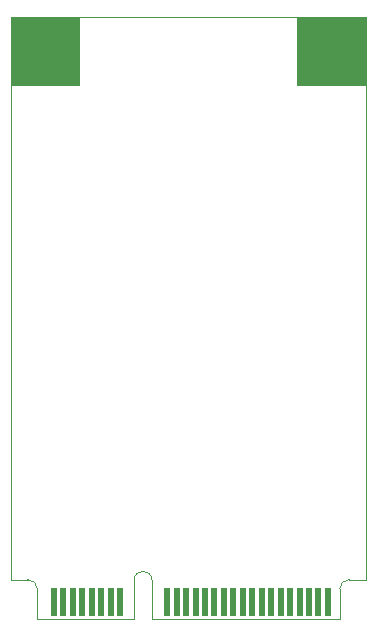
<source format=gbr>
G04 #@! TF.GenerationSoftware,KiCad,Pcbnew,5.1.5+dfsg1-2build2*
G04 #@! TF.CreationDate,2021-01-22T23:18:44+11:00*
G04 #@! TF.ProjectId,mPCIe-LEA-4L,6d504349-652d-44c4-9541-2d344c2e6b69,1*
G04 #@! TF.SameCoordinates,Original*
G04 #@! TF.FileFunction,Soldermask,Bot*
G04 #@! TF.FilePolarity,Negative*
%FSLAX46Y46*%
G04 Gerber Fmt 4.6, Leading zero omitted, Abs format (unit mm)*
G04 Created by KiCad (PCBNEW 5.1.5+dfsg1-2build2) date 2021-01-22 23:18:44*
%MOMM*%
%LPD*%
G04 APERTURE LIST*
G04 #@! TA.AperFunction,Profile*
%ADD10C,0.050000*%
G04 #@! TD*
%ADD11C,0.350000*%
%ADD12R,0.600000X2.350000*%
G04 APERTURE END LIST*
D10*
G04 #@! TO.C,PC1*
X136900000Y-125000000D02*
X136900000Y-121750000D01*
X127200000Y-125000000D02*
X127200000Y-122500000D01*
X125000000Y-121700000D02*
X126400000Y-121700000D01*
X152800000Y-125000000D02*
X152800000Y-122500000D01*
X153600000Y-121700000D02*
X155000000Y-121700000D01*
X135400000Y-125000000D02*
X127200000Y-125000000D01*
X125000000Y-74050000D02*
X155000000Y-74050000D01*
X155000000Y-121700000D02*
X155000000Y-74050000D01*
X125000000Y-121700000D02*
X125000000Y-74050000D01*
X136900000Y-125000000D02*
X152800000Y-125000000D01*
X135400000Y-125000000D02*
X135400000Y-121750000D01*
X153600000Y-121700000D02*
G75*
G03X152800000Y-122500000I0J-800000D01*
G01*
X126400000Y-121700000D02*
G75*
G02X127200000Y-122500000I0J-800000D01*
G01*
X135400000Y-121750000D02*
G75*
G02X136900000Y-121750000I750000J0D01*
G01*
G04 #@! TD*
D11*
G04 #@! TO.C,PC1*
G36*
X155004877Y-74025480D02*
G01*
X155009567Y-74026903D01*
X155013889Y-74029213D01*
X155017678Y-74032322D01*
X155020787Y-74036111D01*
X155023097Y-74040433D01*
X155024520Y-74045123D01*
X155025000Y-74050000D01*
X155025000Y-79850000D01*
X155024520Y-79854877D01*
X155023097Y-79859567D01*
X155020787Y-79863889D01*
X155017678Y-79867678D01*
X155013889Y-79870787D01*
X155009567Y-79873097D01*
X155004877Y-79874520D01*
X155000000Y-79875000D01*
X149200000Y-79875000D01*
X149195123Y-79874520D01*
X149190433Y-79873097D01*
X149186111Y-79870787D01*
X149182322Y-79867678D01*
X149179213Y-79863889D01*
X149176903Y-79859567D01*
X149175480Y-79854877D01*
X149175000Y-79850000D01*
X149175000Y-74050000D01*
X149175480Y-74045123D01*
X149176903Y-74040433D01*
X149179213Y-74036111D01*
X149182322Y-74032322D01*
X149186111Y-74029213D01*
X149190433Y-74026903D01*
X149195123Y-74025480D01*
X149200000Y-74025000D01*
X155000000Y-74025000D01*
X155004877Y-74025480D01*
G37*
G36*
X130804877Y-74025480D02*
G01*
X130809567Y-74026903D01*
X130813889Y-74029213D01*
X130817678Y-74032322D01*
X130820787Y-74036111D01*
X130823097Y-74040433D01*
X130824520Y-74045123D01*
X130825000Y-74050000D01*
X130825000Y-79850000D01*
X130824520Y-79854877D01*
X130823097Y-79859567D01*
X130820787Y-79863889D01*
X130817678Y-79867678D01*
X130813889Y-79870787D01*
X130809567Y-79873097D01*
X130804877Y-79874520D01*
X130800000Y-79875000D01*
X125000000Y-79875000D01*
X124995123Y-79874520D01*
X124990433Y-79873097D01*
X124986111Y-79870787D01*
X124982322Y-79867678D01*
X124979213Y-79863889D01*
X124976903Y-79859567D01*
X124975480Y-79854877D01*
X124975000Y-79850000D01*
X124975000Y-74050000D01*
X124975480Y-74045123D01*
X124976903Y-74040433D01*
X124979213Y-74036111D01*
X124982322Y-74032322D01*
X124986111Y-74029213D01*
X124990433Y-74026903D01*
X124995123Y-74025480D01*
X125000000Y-74025000D01*
X130800000Y-74025000D01*
X130804877Y-74025480D01*
G37*
D12*
X128600000Y-123625000D03*
X129400000Y-123625000D03*
X130200000Y-123625000D03*
X131000000Y-123625000D03*
X131800000Y-123625000D03*
X132600000Y-123625000D03*
X133400000Y-123625000D03*
X134200000Y-123625000D03*
X151800000Y-123625000D03*
X151000000Y-123625000D03*
X150200000Y-123625000D03*
X149400000Y-123625000D03*
X148600000Y-123625000D03*
X147800000Y-123625000D03*
X147000000Y-123625000D03*
X146200000Y-123625000D03*
X145400000Y-123625000D03*
X144600000Y-123625000D03*
X143800000Y-123625000D03*
X143000000Y-123625000D03*
X142200000Y-123625000D03*
X141400000Y-123625000D03*
X140600000Y-123625000D03*
X139800000Y-123625000D03*
X139000000Y-123625000D03*
X138200000Y-123625000D03*
G04 #@! TD*
M02*

</source>
